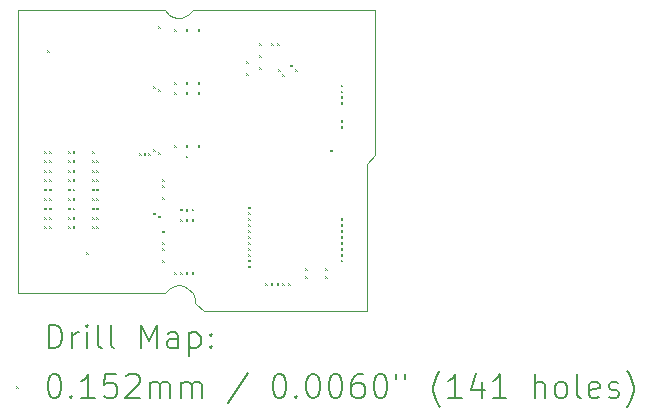
<source format=gbr>
%TF.GenerationSoftware,KiCad,Pcbnew,8.0.5*%
%TF.CreationDate,2025-10-23T09:57:47-05:00*%
%TF.ProjectId,iris-128s,69726973-2d31-4323-9873-2e6b69636164,1*%
%TF.SameCoordinates,Original*%
%TF.FileFunction,Drillmap*%
%TF.FilePolarity,Positive*%
%FSLAX45Y45*%
G04 Gerber Fmt 4.5, Leading zero omitted, Abs format (unit mm)*
G04 Created by KiCad (PCBNEW 8.0.5) date 2025-10-23 09:57:47*
%MOMM*%
%LPD*%
G01*
G04 APERTURE LIST*
%ADD10C,0.050000*%
%ADD11C,0.200000*%
%ADD12C,0.100000*%
G04 APERTURE END LIST*
D10*
X9550000Y-10400000D02*
X9550000Y-8000000D01*
X10990000Y-10360000D02*
X11030000Y-10400000D01*
X11000000Y-8035000D02*
X11030000Y-8000000D01*
X12570000Y-8000000D02*
X12570000Y-9230000D01*
X10790000Y-10400000D02*
X10830000Y-10360000D01*
X10895000Y-8070000D02*
X10930000Y-8070000D01*
X9550000Y-8000000D02*
X10790000Y-8000000D01*
X10830000Y-10360000D02*
X10870000Y-10340000D01*
X10790000Y-10400000D02*
X9550000Y-10400000D01*
X11030000Y-10400000D02*
X11050000Y-10450000D01*
X12100000Y-10550000D02*
X11120000Y-10550000D01*
X10790000Y-8000000D02*
X10825000Y-8040000D01*
X11050000Y-10450000D02*
X11050000Y-10480000D01*
X10950000Y-10340250D02*
X10990000Y-10360000D01*
X10970000Y-8055000D02*
X11000000Y-8035000D01*
X12500000Y-9300000D02*
X12500000Y-10550000D01*
X10910000Y-10330000D02*
X10950000Y-10340250D01*
X10930000Y-8070000D02*
X10970000Y-8055000D01*
X10825000Y-8040000D02*
X10860000Y-8060000D01*
X12570000Y-9230000D02*
X12500000Y-9300000D01*
X11120000Y-10550000D02*
X11050000Y-10480000D01*
X10870000Y-10340000D02*
X10910000Y-10330000D01*
X12500000Y-10550000D02*
X12100000Y-10550000D01*
X10860000Y-8060000D02*
X10895000Y-8070000D01*
X11030000Y-8000000D02*
X12570000Y-8000000D01*
D11*
D12*
X9772852Y-9192720D02*
X9788092Y-9207960D01*
X9788092Y-9192720D02*
X9772852Y-9207960D01*
X9772852Y-9272720D02*
X9788092Y-9287960D01*
X9788092Y-9272720D02*
X9772852Y-9287960D01*
X9772852Y-9352720D02*
X9788092Y-9367960D01*
X9788092Y-9352720D02*
X9772852Y-9367960D01*
X9772852Y-9432720D02*
X9788092Y-9447960D01*
X9788092Y-9432720D02*
X9772852Y-9447960D01*
X9772852Y-9512720D02*
X9788092Y-9527960D01*
X9788092Y-9512720D02*
X9772852Y-9527960D01*
X9772852Y-9592720D02*
X9788092Y-9607960D01*
X9788092Y-9592720D02*
X9772852Y-9607960D01*
X9772852Y-9672720D02*
X9788092Y-9687960D01*
X9788092Y-9672720D02*
X9772852Y-9687960D01*
X9772852Y-9752720D02*
X9788092Y-9767960D01*
X9788092Y-9752720D02*
X9772852Y-9767960D01*
X9772852Y-9832720D02*
X9788092Y-9847960D01*
X9788092Y-9832720D02*
X9772852Y-9847960D01*
X9796652Y-8340916D02*
X9811892Y-8356156D01*
X9811892Y-8340916D02*
X9796652Y-8356156D01*
X9811570Y-9192732D02*
X9826810Y-9207972D01*
X9826810Y-9192732D02*
X9811570Y-9207972D01*
X9811570Y-9272732D02*
X9826810Y-9287972D01*
X9826810Y-9272732D02*
X9811570Y-9287972D01*
X9811570Y-9352732D02*
X9826810Y-9367972D01*
X9826810Y-9352732D02*
X9811570Y-9367972D01*
X9811570Y-9432732D02*
X9826810Y-9447972D01*
X9826810Y-9432732D02*
X9811570Y-9447972D01*
X9811570Y-9512732D02*
X9826810Y-9527972D01*
X9826810Y-9512732D02*
X9811570Y-9527972D01*
X9811570Y-9592732D02*
X9826810Y-9607972D01*
X9826810Y-9592732D02*
X9811570Y-9607972D01*
X9811570Y-9672732D02*
X9826810Y-9687972D01*
X9826810Y-9672732D02*
X9811570Y-9687972D01*
X9811570Y-9752732D02*
X9826810Y-9767972D01*
X9826810Y-9752732D02*
X9811570Y-9767972D01*
X9811570Y-9832732D02*
X9826810Y-9847972D01*
X9826810Y-9832732D02*
X9811570Y-9847972D01*
X9972852Y-9192720D02*
X9988092Y-9207960D01*
X9988092Y-9192720D02*
X9972852Y-9207960D01*
X9972852Y-9272720D02*
X9988092Y-9287960D01*
X9988092Y-9272720D02*
X9972852Y-9287960D01*
X9972852Y-9352720D02*
X9988092Y-9367960D01*
X9988092Y-9352720D02*
X9972852Y-9367960D01*
X9972852Y-9432720D02*
X9988092Y-9447960D01*
X9988092Y-9432720D02*
X9972852Y-9447960D01*
X9972852Y-9512720D02*
X9988092Y-9527960D01*
X9988092Y-9512720D02*
X9972852Y-9527960D01*
X9972852Y-9592720D02*
X9988092Y-9607960D01*
X9988092Y-9592720D02*
X9972852Y-9607960D01*
X9972852Y-9672720D02*
X9988092Y-9687960D01*
X9988092Y-9672720D02*
X9972852Y-9687960D01*
X9972852Y-9752720D02*
X9988092Y-9767960D01*
X9988092Y-9752720D02*
X9972852Y-9767960D01*
X9972852Y-9832720D02*
X9988092Y-9847960D01*
X9988092Y-9832720D02*
X9972852Y-9847960D01*
X10011570Y-9192732D02*
X10026810Y-9207972D01*
X10026810Y-9192732D02*
X10011570Y-9207972D01*
X10011570Y-9272732D02*
X10026810Y-9287972D01*
X10026810Y-9272732D02*
X10011570Y-9287972D01*
X10011570Y-9352732D02*
X10026810Y-9367972D01*
X10026810Y-9352732D02*
X10011570Y-9367972D01*
X10011570Y-9432732D02*
X10026810Y-9447972D01*
X10026810Y-9432732D02*
X10011570Y-9447972D01*
X10011570Y-9512732D02*
X10026810Y-9527972D01*
X10026810Y-9512732D02*
X10011570Y-9527972D01*
X10011570Y-9592732D02*
X10026810Y-9607972D01*
X10026810Y-9592732D02*
X10011570Y-9607972D01*
X10011570Y-9672732D02*
X10026810Y-9687972D01*
X10026810Y-9672732D02*
X10011570Y-9687972D01*
X10011570Y-9752732D02*
X10026810Y-9767972D01*
X10026810Y-9752732D02*
X10011570Y-9767972D01*
X10011570Y-9832732D02*
X10026810Y-9847972D01*
X10026810Y-9832732D02*
X10011570Y-9847972D01*
X10124314Y-10047414D02*
X10139554Y-10062654D01*
X10139554Y-10047414D02*
X10124314Y-10062654D01*
X10172852Y-9192720D02*
X10188092Y-9207960D01*
X10188092Y-9192720D02*
X10172852Y-9207960D01*
X10172852Y-9272720D02*
X10188092Y-9287960D01*
X10188092Y-9272720D02*
X10172852Y-9287960D01*
X10172852Y-9352720D02*
X10188092Y-9367960D01*
X10188092Y-9352720D02*
X10172852Y-9367960D01*
X10172852Y-9432720D02*
X10188092Y-9447960D01*
X10188092Y-9432720D02*
X10172852Y-9447960D01*
X10172852Y-9512720D02*
X10188092Y-9527960D01*
X10188092Y-9512720D02*
X10172852Y-9527960D01*
X10172852Y-9592720D02*
X10188092Y-9607960D01*
X10188092Y-9592720D02*
X10172852Y-9607960D01*
X10172852Y-9672720D02*
X10188092Y-9687960D01*
X10188092Y-9672720D02*
X10172852Y-9687960D01*
X10172852Y-9752720D02*
X10188092Y-9767960D01*
X10188092Y-9752720D02*
X10172852Y-9767960D01*
X10172852Y-9832720D02*
X10188092Y-9847960D01*
X10188092Y-9832720D02*
X10172852Y-9847960D01*
X10211570Y-9272732D02*
X10226810Y-9287972D01*
X10226810Y-9272732D02*
X10211570Y-9287972D01*
X10211570Y-9352732D02*
X10226810Y-9367972D01*
X10226810Y-9352732D02*
X10211570Y-9367972D01*
X10211570Y-9432732D02*
X10226810Y-9447972D01*
X10226810Y-9432732D02*
X10211570Y-9447972D01*
X10211570Y-9512732D02*
X10226810Y-9527972D01*
X10226810Y-9512732D02*
X10211570Y-9527972D01*
X10211570Y-9592732D02*
X10226810Y-9607972D01*
X10226810Y-9592732D02*
X10211570Y-9607972D01*
X10211570Y-9672732D02*
X10226810Y-9687972D01*
X10226810Y-9672732D02*
X10211570Y-9687972D01*
X10211570Y-9752732D02*
X10226810Y-9767972D01*
X10226810Y-9752732D02*
X10211570Y-9767972D01*
X10211570Y-9832732D02*
X10226810Y-9847972D01*
X10226810Y-9832732D02*
X10211570Y-9847972D01*
X10571480Y-9209532D02*
X10586720Y-9224772D01*
X10586720Y-9209532D02*
X10571480Y-9224772D01*
X10612120Y-9209532D02*
X10627360Y-9224772D01*
X10627360Y-9209532D02*
X10612120Y-9224772D01*
X10652760Y-9209532D02*
X10668000Y-9224772D01*
X10668000Y-9209532D02*
X10652760Y-9224772D01*
X10691114Y-8644636D02*
X10706354Y-8659876D01*
X10706354Y-8644636D02*
X10691114Y-8659876D01*
X10691368Y-9179306D02*
X10706608Y-9194546D01*
X10706608Y-9179306D02*
X10691368Y-9194546D01*
X10691571Y-9715386D02*
X10706811Y-9730626D01*
X10706811Y-9715386D02*
X10691571Y-9730626D01*
X10734040Y-8134350D02*
X10749280Y-8149590D01*
X10749280Y-8134350D02*
X10734040Y-8149590D01*
X10734294Y-8669020D02*
X10749534Y-8684260D01*
X10749534Y-8669020D02*
X10734294Y-8684260D01*
X10734497Y-9205100D02*
X10749737Y-9220340D01*
X10749737Y-9205100D02*
X10734497Y-9220340D01*
X10734497Y-9740100D02*
X10749737Y-9755340D01*
X10749737Y-9740100D02*
X10734497Y-9755340D01*
X10767568Y-9432290D02*
X10782808Y-9447530D01*
X10782808Y-9432290D02*
X10767568Y-9447530D01*
X10767568Y-9482380D02*
X10782808Y-9497620D01*
X10782808Y-9482380D02*
X10767568Y-9497620D01*
X10767568Y-9582380D02*
X10782808Y-9597620D01*
X10782808Y-9582380D02*
X10767568Y-9597620D01*
X10767568Y-9867380D02*
X10782808Y-9882620D01*
X10782808Y-9867380D02*
X10767568Y-9882620D01*
X10767568Y-9967380D02*
X10782808Y-9982620D01*
X10782808Y-9967380D02*
X10767568Y-9982620D01*
X10767568Y-10017380D02*
X10782808Y-10032620D01*
X10782808Y-10017380D02*
X10767568Y-10032620D01*
X10767568Y-10117380D02*
X10782808Y-10132620D01*
X10782808Y-10117380D02*
X10767568Y-10132620D01*
X10867644Y-8162544D02*
X10882884Y-8177784D01*
X10882884Y-8162544D02*
X10867644Y-8177784D01*
X10867644Y-8611870D02*
X10882884Y-8627110D01*
X10882884Y-8611870D02*
X10867644Y-8627110D01*
X10867898Y-8697214D02*
X10883138Y-8712454D01*
X10883138Y-8697214D02*
X10867898Y-8712454D01*
X10867898Y-9146540D02*
X10883138Y-9161780D01*
X10883138Y-9146540D02*
X10867898Y-9161780D01*
X10868101Y-10217620D02*
X10883341Y-10232860D01*
X10883341Y-10217620D02*
X10868101Y-10232860D01*
X10918952Y-9682480D02*
X10934192Y-9697720D01*
X10934192Y-9682480D02*
X10918952Y-9697720D01*
X10918952Y-9768332D02*
X10934192Y-9783572D01*
X10934192Y-9768332D02*
X10918952Y-9783572D01*
X10918952Y-10217658D02*
X10934192Y-10232898D01*
X10934192Y-10217658D02*
X10918952Y-10232898D01*
X10966704Y-8162544D02*
X10981944Y-8177784D01*
X10981944Y-8162544D02*
X10966704Y-8177784D01*
X10966704Y-8611870D02*
X10981944Y-8627110D01*
X10981944Y-8611870D02*
X10966704Y-8627110D01*
X10966958Y-8697214D02*
X10982198Y-8712454D01*
X10982198Y-8697214D02*
X10966958Y-8712454D01*
X10966958Y-9146540D02*
X10982198Y-9161780D01*
X10982198Y-9146540D02*
X10966958Y-9161780D01*
X10967161Y-9233294D02*
X10982401Y-9248534D01*
X10982401Y-9233294D02*
X10967161Y-9248534D01*
X10967161Y-9682620D02*
X10982401Y-9697860D01*
X10982401Y-9682620D02*
X10967161Y-9697860D01*
X10967161Y-9768294D02*
X10982401Y-9783534D01*
X10982401Y-9768294D02*
X10967161Y-9783534D01*
X10967161Y-10217620D02*
X10982401Y-10232860D01*
X10982401Y-10217620D02*
X10967161Y-10232860D01*
X11018012Y-9682480D02*
X11033252Y-9697720D01*
X11033252Y-9682480D02*
X11018012Y-9697720D01*
X11018012Y-9768332D02*
X11033252Y-9783572D01*
X11033252Y-9768332D02*
X11018012Y-9783572D01*
X11018012Y-10217658D02*
X11033252Y-10232898D01*
X11033252Y-10217658D02*
X11018012Y-10232898D01*
X11068304Y-8162544D02*
X11083544Y-8177784D01*
X11083544Y-8162544D02*
X11068304Y-8177784D01*
X11068304Y-8611870D02*
X11083544Y-8627110D01*
X11083544Y-8611870D02*
X11068304Y-8627110D01*
X11068558Y-8697214D02*
X11083798Y-8712454D01*
X11083798Y-8697214D02*
X11068558Y-8712454D01*
X11068558Y-9146540D02*
X11083798Y-9161780D01*
X11083798Y-9146540D02*
X11068558Y-9161780D01*
X11482518Y-8432062D02*
X11497758Y-8447302D01*
X11497758Y-8432062D02*
X11482518Y-8447302D01*
X11482518Y-8532062D02*
X11497758Y-8547302D01*
X11497758Y-8532062D02*
X11482518Y-8547302D01*
X11496040Y-9664026D02*
X11511280Y-9679266D01*
X11511280Y-9664026D02*
X11496040Y-9679266D01*
X11496040Y-9714026D02*
X11511280Y-9729266D01*
X11511280Y-9714026D02*
X11496040Y-9729266D01*
X11496040Y-9764026D02*
X11511280Y-9779266D01*
X11511280Y-9764026D02*
X11496040Y-9779266D01*
X11496040Y-9814026D02*
X11511280Y-9829266D01*
X11511280Y-9814026D02*
X11496040Y-9829266D01*
X11496040Y-9864026D02*
X11511280Y-9879266D01*
X11511280Y-9864026D02*
X11496040Y-9879266D01*
X11496040Y-9914026D02*
X11511280Y-9929266D01*
X11511280Y-9914026D02*
X11496040Y-9929266D01*
X11496040Y-9964026D02*
X11511280Y-9979266D01*
X11511280Y-9964026D02*
X11496040Y-9979266D01*
X11496040Y-10014026D02*
X11511280Y-10029266D01*
X11511280Y-10014026D02*
X11496040Y-10029266D01*
X11496040Y-10064026D02*
X11511280Y-10079266D01*
X11511280Y-10064026D02*
X11496040Y-10079266D01*
X11496040Y-10114026D02*
X11511280Y-10129266D01*
X11511280Y-10114026D02*
X11496040Y-10129266D01*
X11496040Y-10163980D02*
X11511280Y-10179220D01*
X11511280Y-10163980D02*
X11496040Y-10179220D01*
X11592560Y-8282178D02*
X11607800Y-8297418D01*
X11607800Y-8282178D02*
X11592560Y-8297418D01*
X11592560Y-8382000D02*
X11607800Y-8397240D01*
X11607800Y-8382000D02*
X11592560Y-8397240D01*
X11592560Y-8482000D02*
X11607800Y-8497240D01*
X11607800Y-8482000D02*
X11592560Y-8497240D01*
X11637380Y-10313980D02*
X11652620Y-10329220D01*
X11652620Y-10313980D02*
X11637380Y-10329220D01*
X11687380Y-10313980D02*
X11702620Y-10329220D01*
X11702620Y-10313980D02*
X11687380Y-10329220D01*
X11692420Y-8282178D02*
X11707660Y-8297418D01*
X11707660Y-8282178D02*
X11692420Y-8297418D01*
X11737380Y-10313980D02*
X11752620Y-10329220D01*
X11752620Y-10313980D02*
X11737380Y-10329220D01*
X11742420Y-8282178D02*
X11757660Y-8297418D01*
X11757660Y-8282178D02*
X11742420Y-8297418D01*
X11752552Y-8502020D02*
X11767792Y-8517260D01*
X11767792Y-8502020D02*
X11752552Y-8517260D01*
X11782552Y-8542020D02*
X11797792Y-8557260D01*
X11797792Y-8542020D02*
X11782552Y-8557260D01*
X11787380Y-10313980D02*
X11802620Y-10329220D01*
X11802620Y-10313980D02*
X11787380Y-10329220D01*
X11837380Y-10313980D02*
X11852620Y-10329220D01*
X11852620Y-10313980D02*
X11837380Y-10329220D01*
X11852534Y-8462142D02*
X11867774Y-8477382D01*
X11867774Y-8462142D02*
X11852534Y-8477382D01*
X11892534Y-8502142D02*
X11907774Y-8517382D01*
X11907774Y-8502142D02*
X11892534Y-8517382D01*
X11979362Y-10188536D02*
X11994602Y-10203776D01*
X11994602Y-10188536D02*
X11979362Y-10203776D01*
X11979362Y-10252036D02*
X11994602Y-10267276D01*
X11994602Y-10252036D02*
X11979362Y-10267276D01*
X12149542Y-10188536D02*
X12164782Y-10203776D01*
X12164782Y-10188536D02*
X12149542Y-10203776D01*
X12149542Y-10252036D02*
X12164782Y-10267276D01*
X12164782Y-10252036D02*
X12149542Y-10267276D01*
X12192508Y-9182354D02*
X12207748Y-9197594D01*
X12207748Y-9182354D02*
X12192508Y-9197594D01*
X12279252Y-10063980D02*
X12294492Y-10079220D01*
X12294492Y-10063980D02*
X12279252Y-10079220D01*
X12279252Y-10113980D02*
X12294492Y-10129220D01*
X12294492Y-10113980D02*
X12279252Y-10129220D01*
X12279442Y-9813916D02*
X12294682Y-9829156D01*
X12294682Y-9813916D02*
X12279442Y-9829156D01*
X12279442Y-9863916D02*
X12294682Y-9879156D01*
X12294682Y-9863916D02*
X12279442Y-9879156D01*
X12279442Y-9913916D02*
X12294682Y-9929156D01*
X12294682Y-9913916D02*
X12279442Y-9929156D01*
X12279442Y-9963916D02*
X12294682Y-9979156D01*
X12294682Y-9963916D02*
X12279442Y-9979156D01*
X12279442Y-10013916D02*
X12294682Y-10029156D01*
X12294682Y-10013916D02*
X12279442Y-10029156D01*
X12279459Y-8981504D02*
X12294699Y-8996744D01*
X12294699Y-8981504D02*
X12279459Y-8996744D01*
X12279630Y-8632444D02*
X12294870Y-8647684D01*
X12294870Y-8632444D02*
X12279630Y-8647684D01*
X12279630Y-8682444D02*
X12294870Y-8697684D01*
X12294870Y-8682444D02*
X12279630Y-8697684D01*
X12279630Y-8732330D02*
X12294870Y-8747570D01*
X12294870Y-8732330D02*
X12279630Y-8747570D01*
X12279630Y-8782444D02*
X12294870Y-8797684D01*
X12294870Y-8782444D02*
X12279630Y-8797684D01*
X12279630Y-8932444D02*
X12294870Y-8947684D01*
X12294870Y-8932444D02*
X12279630Y-8947684D01*
X12279630Y-9763980D02*
X12294870Y-9779220D01*
X12294870Y-9763980D02*
X12279630Y-9779220D01*
D11*
X9808277Y-10863984D02*
X9808277Y-10663984D01*
X9808277Y-10663984D02*
X9855896Y-10663984D01*
X9855896Y-10663984D02*
X9884467Y-10673508D01*
X9884467Y-10673508D02*
X9903515Y-10692555D01*
X9903515Y-10692555D02*
X9913039Y-10711603D01*
X9913039Y-10711603D02*
X9922563Y-10749698D01*
X9922563Y-10749698D02*
X9922563Y-10778270D01*
X9922563Y-10778270D02*
X9913039Y-10816365D01*
X9913039Y-10816365D02*
X9903515Y-10835412D01*
X9903515Y-10835412D02*
X9884467Y-10854460D01*
X9884467Y-10854460D02*
X9855896Y-10863984D01*
X9855896Y-10863984D02*
X9808277Y-10863984D01*
X10008277Y-10863984D02*
X10008277Y-10730650D01*
X10008277Y-10768746D02*
X10017801Y-10749698D01*
X10017801Y-10749698D02*
X10027324Y-10740174D01*
X10027324Y-10740174D02*
X10046372Y-10730650D01*
X10046372Y-10730650D02*
X10065420Y-10730650D01*
X10132086Y-10863984D02*
X10132086Y-10730650D01*
X10132086Y-10663984D02*
X10122563Y-10673508D01*
X10122563Y-10673508D02*
X10132086Y-10683031D01*
X10132086Y-10683031D02*
X10141610Y-10673508D01*
X10141610Y-10673508D02*
X10132086Y-10663984D01*
X10132086Y-10663984D02*
X10132086Y-10683031D01*
X10255896Y-10863984D02*
X10236848Y-10854460D01*
X10236848Y-10854460D02*
X10227324Y-10835412D01*
X10227324Y-10835412D02*
X10227324Y-10663984D01*
X10360658Y-10863984D02*
X10341610Y-10854460D01*
X10341610Y-10854460D02*
X10332086Y-10835412D01*
X10332086Y-10835412D02*
X10332086Y-10663984D01*
X10589229Y-10863984D02*
X10589229Y-10663984D01*
X10589229Y-10663984D02*
X10655896Y-10806841D01*
X10655896Y-10806841D02*
X10722563Y-10663984D01*
X10722563Y-10663984D02*
X10722563Y-10863984D01*
X10903515Y-10863984D02*
X10903515Y-10759222D01*
X10903515Y-10759222D02*
X10893991Y-10740174D01*
X10893991Y-10740174D02*
X10874944Y-10730650D01*
X10874944Y-10730650D02*
X10836848Y-10730650D01*
X10836848Y-10730650D02*
X10817801Y-10740174D01*
X10903515Y-10854460D02*
X10884467Y-10863984D01*
X10884467Y-10863984D02*
X10836848Y-10863984D01*
X10836848Y-10863984D02*
X10817801Y-10854460D01*
X10817801Y-10854460D02*
X10808277Y-10835412D01*
X10808277Y-10835412D02*
X10808277Y-10816365D01*
X10808277Y-10816365D02*
X10817801Y-10797317D01*
X10817801Y-10797317D02*
X10836848Y-10787793D01*
X10836848Y-10787793D02*
X10884467Y-10787793D01*
X10884467Y-10787793D02*
X10903515Y-10778270D01*
X10998753Y-10730650D02*
X10998753Y-10930650D01*
X10998753Y-10740174D02*
X11017801Y-10730650D01*
X11017801Y-10730650D02*
X11055896Y-10730650D01*
X11055896Y-10730650D02*
X11074944Y-10740174D01*
X11074944Y-10740174D02*
X11084467Y-10749698D01*
X11084467Y-10749698D02*
X11093991Y-10768746D01*
X11093991Y-10768746D02*
X11093991Y-10825889D01*
X11093991Y-10825889D02*
X11084467Y-10844936D01*
X11084467Y-10844936D02*
X11074944Y-10854460D01*
X11074944Y-10854460D02*
X11055896Y-10863984D01*
X11055896Y-10863984D02*
X11017801Y-10863984D01*
X11017801Y-10863984D02*
X10998753Y-10854460D01*
X11179705Y-10844936D02*
X11189229Y-10854460D01*
X11189229Y-10854460D02*
X11179705Y-10863984D01*
X11179705Y-10863984D02*
X11170182Y-10854460D01*
X11170182Y-10854460D02*
X11179705Y-10844936D01*
X11179705Y-10844936D02*
X11179705Y-10863984D01*
X11179705Y-10740174D02*
X11189229Y-10749698D01*
X11189229Y-10749698D02*
X11179705Y-10759222D01*
X11179705Y-10759222D02*
X11170182Y-10749698D01*
X11170182Y-10749698D02*
X11179705Y-10740174D01*
X11179705Y-10740174D02*
X11179705Y-10759222D01*
D12*
X9532260Y-11184880D02*
X9547500Y-11200120D01*
X9547500Y-11184880D02*
X9532260Y-11200120D01*
D11*
X9846372Y-11083984D02*
X9865420Y-11083984D01*
X9865420Y-11083984D02*
X9884467Y-11093508D01*
X9884467Y-11093508D02*
X9893991Y-11103031D01*
X9893991Y-11103031D02*
X9903515Y-11122079D01*
X9903515Y-11122079D02*
X9913039Y-11160174D01*
X9913039Y-11160174D02*
X9913039Y-11207793D01*
X9913039Y-11207793D02*
X9903515Y-11245888D01*
X9903515Y-11245888D02*
X9893991Y-11264936D01*
X9893991Y-11264936D02*
X9884467Y-11274460D01*
X9884467Y-11274460D02*
X9865420Y-11283984D01*
X9865420Y-11283984D02*
X9846372Y-11283984D01*
X9846372Y-11283984D02*
X9827324Y-11274460D01*
X9827324Y-11274460D02*
X9817801Y-11264936D01*
X9817801Y-11264936D02*
X9808277Y-11245888D01*
X9808277Y-11245888D02*
X9798753Y-11207793D01*
X9798753Y-11207793D02*
X9798753Y-11160174D01*
X9798753Y-11160174D02*
X9808277Y-11122079D01*
X9808277Y-11122079D02*
X9817801Y-11103031D01*
X9817801Y-11103031D02*
X9827324Y-11093508D01*
X9827324Y-11093508D02*
X9846372Y-11083984D01*
X9998753Y-11264936D02*
X10008277Y-11274460D01*
X10008277Y-11274460D02*
X9998753Y-11283984D01*
X9998753Y-11283984D02*
X9989229Y-11274460D01*
X9989229Y-11274460D02*
X9998753Y-11264936D01*
X9998753Y-11264936D02*
X9998753Y-11283984D01*
X10198753Y-11283984D02*
X10084467Y-11283984D01*
X10141610Y-11283984D02*
X10141610Y-11083984D01*
X10141610Y-11083984D02*
X10122563Y-11112555D01*
X10122563Y-11112555D02*
X10103515Y-11131603D01*
X10103515Y-11131603D02*
X10084467Y-11141127D01*
X10379705Y-11083984D02*
X10284467Y-11083984D01*
X10284467Y-11083984D02*
X10274944Y-11179222D01*
X10274944Y-11179222D02*
X10284467Y-11169698D01*
X10284467Y-11169698D02*
X10303515Y-11160174D01*
X10303515Y-11160174D02*
X10351134Y-11160174D01*
X10351134Y-11160174D02*
X10370182Y-11169698D01*
X10370182Y-11169698D02*
X10379705Y-11179222D01*
X10379705Y-11179222D02*
X10389229Y-11198269D01*
X10389229Y-11198269D02*
X10389229Y-11245888D01*
X10389229Y-11245888D02*
X10379705Y-11264936D01*
X10379705Y-11264936D02*
X10370182Y-11274460D01*
X10370182Y-11274460D02*
X10351134Y-11283984D01*
X10351134Y-11283984D02*
X10303515Y-11283984D01*
X10303515Y-11283984D02*
X10284467Y-11274460D01*
X10284467Y-11274460D02*
X10274944Y-11264936D01*
X10465420Y-11103031D02*
X10474944Y-11093508D01*
X10474944Y-11093508D02*
X10493991Y-11083984D01*
X10493991Y-11083984D02*
X10541610Y-11083984D01*
X10541610Y-11083984D02*
X10560658Y-11093508D01*
X10560658Y-11093508D02*
X10570182Y-11103031D01*
X10570182Y-11103031D02*
X10579705Y-11122079D01*
X10579705Y-11122079D02*
X10579705Y-11141127D01*
X10579705Y-11141127D02*
X10570182Y-11169698D01*
X10570182Y-11169698D02*
X10455896Y-11283984D01*
X10455896Y-11283984D02*
X10579705Y-11283984D01*
X10665420Y-11283984D02*
X10665420Y-11150650D01*
X10665420Y-11169698D02*
X10674944Y-11160174D01*
X10674944Y-11160174D02*
X10693991Y-11150650D01*
X10693991Y-11150650D02*
X10722563Y-11150650D01*
X10722563Y-11150650D02*
X10741610Y-11160174D01*
X10741610Y-11160174D02*
X10751134Y-11179222D01*
X10751134Y-11179222D02*
X10751134Y-11283984D01*
X10751134Y-11179222D02*
X10760658Y-11160174D01*
X10760658Y-11160174D02*
X10779705Y-11150650D01*
X10779705Y-11150650D02*
X10808277Y-11150650D01*
X10808277Y-11150650D02*
X10827325Y-11160174D01*
X10827325Y-11160174D02*
X10836848Y-11179222D01*
X10836848Y-11179222D02*
X10836848Y-11283984D01*
X10932086Y-11283984D02*
X10932086Y-11150650D01*
X10932086Y-11169698D02*
X10941610Y-11160174D01*
X10941610Y-11160174D02*
X10960658Y-11150650D01*
X10960658Y-11150650D02*
X10989229Y-11150650D01*
X10989229Y-11150650D02*
X11008277Y-11160174D01*
X11008277Y-11160174D02*
X11017801Y-11179222D01*
X11017801Y-11179222D02*
X11017801Y-11283984D01*
X11017801Y-11179222D02*
X11027325Y-11160174D01*
X11027325Y-11160174D02*
X11046372Y-11150650D01*
X11046372Y-11150650D02*
X11074944Y-11150650D01*
X11074944Y-11150650D02*
X11093991Y-11160174D01*
X11093991Y-11160174D02*
X11103515Y-11179222D01*
X11103515Y-11179222D02*
X11103515Y-11283984D01*
X11493991Y-11074460D02*
X11322563Y-11331603D01*
X11751134Y-11083984D02*
X11770182Y-11083984D01*
X11770182Y-11083984D02*
X11789229Y-11093508D01*
X11789229Y-11093508D02*
X11798753Y-11103031D01*
X11798753Y-11103031D02*
X11808277Y-11122079D01*
X11808277Y-11122079D02*
X11817801Y-11160174D01*
X11817801Y-11160174D02*
X11817801Y-11207793D01*
X11817801Y-11207793D02*
X11808277Y-11245888D01*
X11808277Y-11245888D02*
X11798753Y-11264936D01*
X11798753Y-11264936D02*
X11789229Y-11274460D01*
X11789229Y-11274460D02*
X11770182Y-11283984D01*
X11770182Y-11283984D02*
X11751134Y-11283984D01*
X11751134Y-11283984D02*
X11732086Y-11274460D01*
X11732086Y-11274460D02*
X11722563Y-11264936D01*
X11722563Y-11264936D02*
X11713039Y-11245888D01*
X11713039Y-11245888D02*
X11703515Y-11207793D01*
X11703515Y-11207793D02*
X11703515Y-11160174D01*
X11703515Y-11160174D02*
X11713039Y-11122079D01*
X11713039Y-11122079D02*
X11722563Y-11103031D01*
X11722563Y-11103031D02*
X11732086Y-11093508D01*
X11732086Y-11093508D02*
X11751134Y-11083984D01*
X11903515Y-11264936D02*
X11913039Y-11274460D01*
X11913039Y-11274460D02*
X11903515Y-11283984D01*
X11903515Y-11283984D02*
X11893991Y-11274460D01*
X11893991Y-11274460D02*
X11903515Y-11264936D01*
X11903515Y-11264936D02*
X11903515Y-11283984D01*
X12036848Y-11083984D02*
X12055896Y-11083984D01*
X12055896Y-11083984D02*
X12074944Y-11093508D01*
X12074944Y-11093508D02*
X12084467Y-11103031D01*
X12084467Y-11103031D02*
X12093991Y-11122079D01*
X12093991Y-11122079D02*
X12103515Y-11160174D01*
X12103515Y-11160174D02*
X12103515Y-11207793D01*
X12103515Y-11207793D02*
X12093991Y-11245888D01*
X12093991Y-11245888D02*
X12084467Y-11264936D01*
X12084467Y-11264936D02*
X12074944Y-11274460D01*
X12074944Y-11274460D02*
X12055896Y-11283984D01*
X12055896Y-11283984D02*
X12036848Y-11283984D01*
X12036848Y-11283984D02*
X12017801Y-11274460D01*
X12017801Y-11274460D02*
X12008277Y-11264936D01*
X12008277Y-11264936D02*
X11998753Y-11245888D01*
X11998753Y-11245888D02*
X11989229Y-11207793D01*
X11989229Y-11207793D02*
X11989229Y-11160174D01*
X11989229Y-11160174D02*
X11998753Y-11122079D01*
X11998753Y-11122079D02*
X12008277Y-11103031D01*
X12008277Y-11103031D02*
X12017801Y-11093508D01*
X12017801Y-11093508D02*
X12036848Y-11083984D01*
X12227325Y-11083984D02*
X12246372Y-11083984D01*
X12246372Y-11083984D02*
X12265420Y-11093508D01*
X12265420Y-11093508D02*
X12274944Y-11103031D01*
X12274944Y-11103031D02*
X12284467Y-11122079D01*
X12284467Y-11122079D02*
X12293991Y-11160174D01*
X12293991Y-11160174D02*
X12293991Y-11207793D01*
X12293991Y-11207793D02*
X12284467Y-11245888D01*
X12284467Y-11245888D02*
X12274944Y-11264936D01*
X12274944Y-11264936D02*
X12265420Y-11274460D01*
X12265420Y-11274460D02*
X12246372Y-11283984D01*
X12246372Y-11283984D02*
X12227325Y-11283984D01*
X12227325Y-11283984D02*
X12208277Y-11274460D01*
X12208277Y-11274460D02*
X12198753Y-11264936D01*
X12198753Y-11264936D02*
X12189229Y-11245888D01*
X12189229Y-11245888D02*
X12179706Y-11207793D01*
X12179706Y-11207793D02*
X12179706Y-11160174D01*
X12179706Y-11160174D02*
X12189229Y-11122079D01*
X12189229Y-11122079D02*
X12198753Y-11103031D01*
X12198753Y-11103031D02*
X12208277Y-11093508D01*
X12208277Y-11093508D02*
X12227325Y-11083984D01*
X12465420Y-11083984D02*
X12427325Y-11083984D01*
X12427325Y-11083984D02*
X12408277Y-11093508D01*
X12408277Y-11093508D02*
X12398753Y-11103031D01*
X12398753Y-11103031D02*
X12379706Y-11131603D01*
X12379706Y-11131603D02*
X12370182Y-11169698D01*
X12370182Y-11169698D02*
X12370182Y-11245888D01*
X12370182Y-11245888D02*
X12379706Y-11264936D01*
X12379706Y-11264936D02*
X12389229Y-11274460D01*
X12389229Y-11274460D02*
X12408277Y-11283984D01*
X12408277Y-11283984D02*
X12446372Y-11283984D01*
X12446372Y-11283984D02*
X12465420Y-11274460D01*
X12465420Y-11274460D02*
X12474944Y-11264936D01*
X12474944Y-11264936D02*
X12484467Y-11245888D01*
X12484467Y-11245888D02*
X12484467Y-11198269D01*
X12484467Y-11198269D02*
X12474944Y-11179222D01*
X12474944Y-11179222D02*
X12465420Y-11169698D01*
X12465420Y-11169698D02*
X12446372Y-11160174D01*
X12446372Y-11160174D02*
X12408277Y-11160174D01*
X12408277Y-11160174D02*
X12389229Y-11169698D01*
X12389229Y-11169698D02*
X12379706Y-11179222D01*
X12379706Y-11179222D02*
X12370182Y-11198269D01*
X12608277Y-11083984D02*
X12627325Y-11083984D01*
X12627325Y-11083984D02*
X12646372Y-11093508D01*
X12646372Y-11093508D02*
X12655896Y-11103031D01*
X12655896Y-11103031D02*
X12665420Y-11122079D01*
X12665420Y-11122079D02*
X12674944Y-11160174D01*
X12674944Y-11160174D02*
X12674944Y-11207793D01*
X12674944Y-11207793D02*
X12665420Y-11245888D01*
X12665420Y-11245888D02*
X12655896Y-11264936D01*
X12655896Y-11264936D02*
X12646372Y-11274460D01*
X12646372Y-11274460D02*
X12627325Y-11283984D01*
X12627325Y-11283984D02*
X12608277Y-11283984D01*
X12608277Y-11283984D02*
X12589229Y-11274460D01*
X12589229Y-11274460D02*
X12579706Y-11264936D01*
X12579706Y-11264936D02*
X12570182Y-11245888D01*
X12570182Y-11245888D02*
X12560658Y-11207793D01*
X12560658Y-11207793D02*
X12560658Y-11160174D01*
X12560658Y-11160174D02*
X12570182Y-11122079D01*
X12570182Y-11122079D02*
X12579706Y-11103031D01*
X12579706Y-11103031D02*
X12589229Y-11093508D01*
X12589229Y-11093508D02*
X12608277Y-11083984D01*
X12751134Y-11083984D02*
X12751134Y-11122079D01*
X12827325Y-11083984D02*
X12827325Y-11122079D01*
X13122563Y-11360174D02*
X13113039Y-11350650D01*
X13113039Y-11350650D02*
X13093991Y-11322079D01*
X13093991Y-11322079D02*
X13084468Y-11303031D01*
X13084468Y-11303031D02*
X13074944Y-11274460D01*
X13074944Y-11274460D02*
X13065420Y-11226841D01*
X13065420Y-11226841D02*
X13065420Y-11188746D01*
X13065420Y-11188746D02*
X13074944Y-11141127D01*
X13074944Y-11141127D02*
X13084468Y-11112555D01*
X13084468Y-11112555D02*
X13093991Y-11093508D01*
X13093991Y-11093508D02*
X13113039Y-11064936D01*
X13113039Y-11064936D02*
X13122563Y-11055412D01*
X13303515Y-11283984D02*
X13189229Y-11283984D01*
X13246372Y-11283984D02*
X13246372Y-11083984D01*
X13246372Y-11083984D02*
X13227325Y-11112555D01*
X13227325Y-11112555D02*
X13208277Y-11131603D01*
X13208277Y-11131603D02*
X13189229Y-11141127D01*
X13474944Y-11150650D02*
X13474944Y-11283984D01*
X13427325Y-11074460D02*
X13379706Y-11217317D01*
X13379706Y-11217317D02*
X13503515Y-11217317D01*
X13684468Y-11283984D02*
X13570182Y-11283984D01*
X13627325Y-11283984D02*
X13627325Y-11083984D01*
X13627325Y-11083984D02*
X13608277Y-11112555D01*
X13608277Y-11112555D02*
X13589229Y-11131603D01*
X13589229Y-11131603D02*
X13570182Y-11141127D01*
X13922563Y-11283984D02*
X13922563Y-11083984D01*
X14008277Y-11283984D02*
X14008277Y-11179222D01*
X14008277Y-11179222D02*
X13998753Y-11160174D01*
X13998753Y-11160174D02*
X13979706Y-11150650D01*
X13979706Y-11150650D02*
X13951134Y-11150650D01*
X13951134Y-11150650D02*
X13932087Y-11160174D01*
X13932087Y-11160174D02*
X13922563Y-11169698D01*
X14132087Y-11283984D02*
X14113039Y-11274460D01*
X14113039Y-11274460D02*
X14103515Y-11264936D01*
X14103515Y-11264936D02*
X14093991Y-11245888D01*
X14093991Y-11245888D02*
X14093991Y-11188746D01*
X14093991Y-11188746D02*
X14103515Y-11169698D01*
X14103515Y-11169698D02*
X14113039Y-11160174D01*
X14113039Y-11160174D02*
X14132087Y-11150650D01*
X14132087Y-11150650D02*
X14160658Y-11150650D01*
X14160658Y-11150650D02*
X14179706Y-11160174D01*
X14179706Y-11160174D02*
X14189230Y-11169698D01*
X14189230Y-11169698D02*
X14198753Y-11188746D01*
X14198753Y-11188746D02*
X14198753Y-11245888D01*
X14198753Y-11245888D02*
X14189230Y-11264936D01*
X14189230Y-11264936D02*
X14179706Y-11274460D01*
X14179706Y-11274460D02*
X14160658Y-11283984D01*
X14160658Y-11283984D02*
X14132087Y-11283984D01*
X14313039Y-11283984D02*
X14293991Y-11274460D01*
X14293991Y-11274460D02*
X14284468Y-11255412D01*
X14284468Y-11255412D02*
X14284468Y-11083984D01*
X14465420Y-11274460D02*
X14446372Y-11283984D01*
X14446372Y-11283984D02*
X14408277Y-11283984D01*
X14408277Y-11283984D02*
X14389230Y-11274460D01*
X14389230Y-11274460D02*
X14379706Y-11255412D01*
X14379706Y-11255412D02*
X14379706Y-11179222D01*
X14379706Y-11179222D02*
X14389230Y-11160174D01*
X14389230Y-11160174D02*
X14408277Y-11150650D01*
X14408277Y-11150650D02*
X14446372Y-11150650D01*
X14446372Y-11150650D02*
X14465420Y-11160174D01*
X14465420Y-11160174D02*
X14474944Y-11179222D01*
X14474944Y-11179222D02*
X14474944Y-11198269D01*
X14474944Y-11198269D02*
X14379706Y-11217317D01*
X14551134Y-11274460D02*
X14570182Y-11283984D01*
X14570182Y-11283984D02*
X14608277Y-11283984D01*
X14608277Y-11283984D02*
X14627325Y-11274460D01*
X14627325Y-11274460D02*
X14636849Y-11255412D01*
X14636849Y-11255412D02*
X14636849Y-11245888D01*
X14636849Y-11245888D02*
X14627325Y-11226841D01*
X14627325Y-11226841D02*
X14608277Y-11217317D01*
X14608277Y-11217317D02*
X14579706Y-11217317D01*
X14579706Y-11217317D02*
X14560658Y-11207793D01*
X14560658Y-11207793D02*
X14551134Y-11188746D01*
X14551134Y-11188746D02*
X14551134Y-11179222D01*
X14551134Y-11179222D02*
X14560658Y-11160174D01*
X14560658Y-11160174D02*
X14579706Y-11150650D01*
X14579706Y-11150650D02*
X14608277Y-11150650D01*
X14608277Y-11150650D02*
X14627325Y-11160174D01*
X14703515Y-11360174D02*
X14713039Y-11350650D01*
X14713039Y-11350650D02*
X14732087Y-11322079D01*
X14732087Y-11322079D02*
X14741611Y-11303031D01*
X14741611Y-11303031D02*
X14751134Y-11274460D01*
X14751134Y-11274460D02*
X14760658Y-11226841D01*
X14760658Y-11226841D02*
X14760658Y-11188746D01*
X14760658Y-11188746D02*
X14751134Y-11141127D01*
X14751134Y-11141127D02*
X14741611Y-11112555D01*
X14741611Y-11112555D02*
X14732087Y-11093508D01*
X14732087Y-11093508D02*
X14713039Y-11064936D01*
X14713039Y-11064936D02*
X14703515Y-11055412D01*
M02*

</source>
